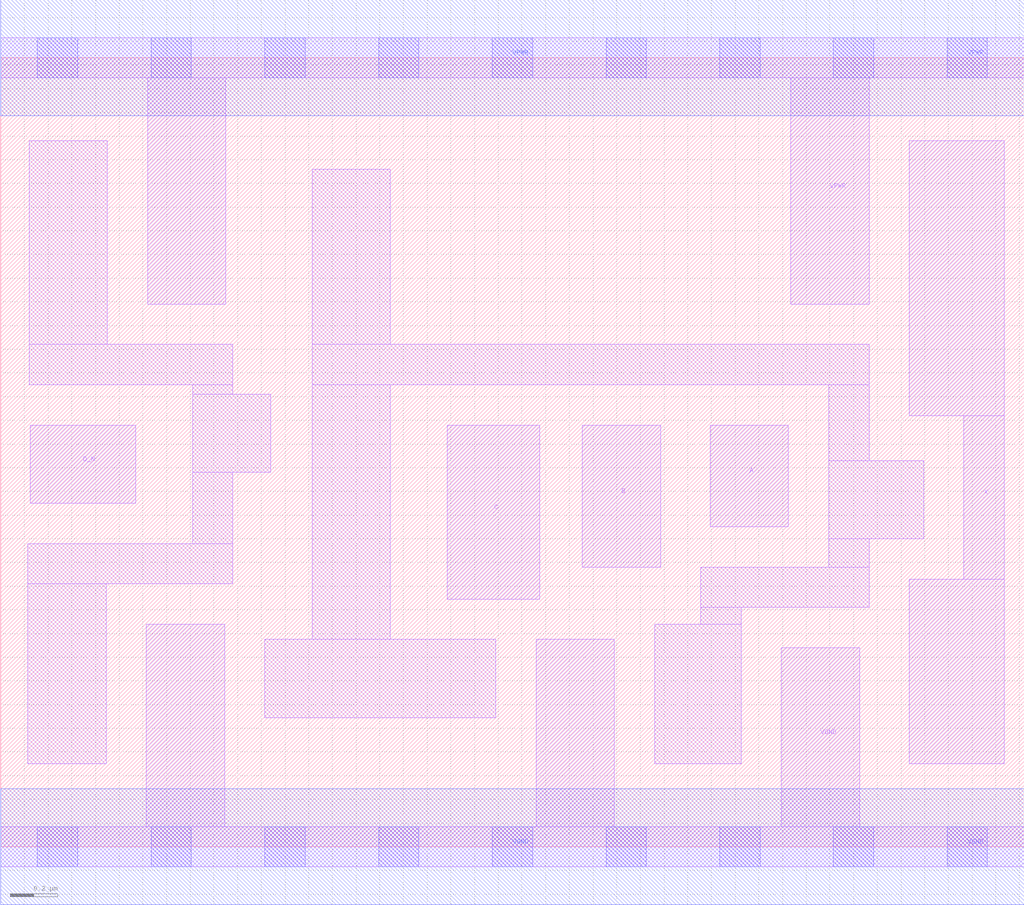
<source format=lef>
# Copyright 2020 The SkyWater PDK Authors
#
# Licensed under the Apache License, Version 2.0 (the "License");
# you may not use this file except in compliance with the License.
# You may obtain a copy of the License at
#
#     https://www.apache.org/licenses/LICENSE-2.0
#
# Unless required by applicable law or agreed to in writing, software
# distributed under the License is distributed on an "AS IS" BASIS,
# WITHOUT WARRANTIES OR CONDITIONS OF ANY KIND, either express or implied.
# See the License for the specific language governing permissions and
# limitations under the License.
#
# SPDX-License-Identifier: Apache-2.0

VERSION 5.7 ;
  NAMESCASESENSITIVE ON ;
  NOWIREEXTENSIONATPIN ON ;
  DIVIDERCHAR "/" ;
  BUSBITCHARS "[]" ;
UNITS
  DATABASE MICRONS 200 ;
END UNITS
MACRO sky130_fd_sc_hs__or4b_1
  CLASS CORE ;
  SOURCE USER ;
  FOREIGN sky130_fd_sc_hs__or4b_1 ;
  ORIGIN  0.000000  0.000000 ;
  SIZE  4.320000 BY  3.330000 ;
  SYMMETRY X Y ;
  SITE unit ;
  PIN A
    ANTENNAGATEAREA  0.232500 ;
    DIRECTION INPUT ;
    USE SIGNAL ;
    PORT
      LAYER li1 ;
        RECT 2.995000 1.350000 3.325000 1.780000 ;
    END
  END A
  PIN B
    ANTENNAGATEAREA  0.232500 ;
    DIRECTION INPUT ;
    USE SIGNAL ;
    PORT
      LAYER li1 ;
        RECT 2.455000 1.180000 2.785000 1.780000 ;
    END
  END B
  PIN C
    ANTENNAGATEAREA  0.232500 ;
    DIRECTION INPUT ;
    USE SIGNAL ;
    PORT
      LAYER li1 ;
        RECT 1.885000 1.045000 2.275000 1.780000 ;
    END
  END C
  PIN D_N
    ANTENNAGATEAREA  0.208500 ;
    DIRECTION INPUT ;
    USE SIGNAL ;
    PORT
      LAYER li1 ;
        RECT 0.125000 1.450000 0.570000 1.780000 ;
    END
  END D_N
  PIN X
    ANTENNADIFFAREA  0.541300 ;
    DIRECTION OUTPUT ;
    USE SIGNAL ;
    PORT
      LAYER li1 ;
        RECT 3.835000 0.350000 4.235000 1.130000 ;
        RECT 3.835000 1.820000 4.235000 2.980000 ;
        RECT 4.065000 1.130000 4.235000 1.820000 ;
    END
  END X
  PIN VGND
    DIRECTION INOUT ;
    USE GROUND ;
    PORT
      LAYER li1 ;
        RECT 0.000000 -0.085000 4.320000 0.085000 ;
        RECT 0.615000  0.085000 0.945000 0.940000 ;
        RECT 2.260000  0.085000 2.590000 0.875000 ;
        RECT 3.295000  0.085000 3.625000 0.840000 ;
      LAYER mcon ;
        RECT 0.155000 -0.085000 0.325000 0.085000 ;
        RECT 0.635000 -0.085000 0.805000 0.085000 ;
        RECT 1.115000 -0.085000 1.285000 0.085000 ;
        RECT 1.595000 -0.085000 1.765000 0.085000 ;
        RECT 2.075000 -0.085000 2.245000 0.085000 ;
        RECT 2.555000 -0.085000 2.725000 0.085000 ;
        RECT 3.035000 -0.085000 3.205000 0.085000 ;
        RECT 3.515000 -0.085000 3.685000 0.085000 ;
        RECT 3.995000 -0.085000 4.165000 0.085000 ;
      LAYER met1 ;
        RECT 0.000000 -0.245000 4.320000 0.245000 ;
    END
  END VGND
  PIN VPWR
    DIRECTION INOUT ;
    USE POWER ;
    PORT
      LAYER li1 ;
        RECT 0.000000 3.245000 4.320000 3.415000 ;
        RECT 0.620000 2.290000 0.950000 3.245000 ;
        RECT 3.335000 2.290000 3.665000 3.245000 ;
      LAYER mcon ;
        RECT 0.155000 3.245000 0.325000 3.415000 ;
        RECT 0.635000 3.245000 0.805000 3.415000 ;
        RECT 1.115000 3.245000 1.285000 3.415000 ;
        RECT 1.595000 3.245000 1.765000 3.415000 ;
        RECT 2.075000 3.245000 2.245000 3.415000 ;
        RECT 2.555000 3.245000 2.725000 3.415000 ;
        RECT 3.035000 3.245000 3.205000 3.415000 ;
        RECT 3.515000 3.245000 3.685000 3.415000 ;
        RECT 3.995000 3.245000 4.165000 3.415000 ;
      LAYER met1 ;
        RECT 0.000000 3.085000 4.320000 3.575000 ;
    END
  END VPWR
  OBS
    LAYER li1 ;
      RECT 0.115000 0.350000 0.445000 1.110000 ;
      RECT 0.115000 1.110000 0.980000 1.280000 ;
      RECT 0.120000 1.950000 0.980000 2.120000 ;
      RECT 0.120000 2.120000 0.450000 2.980000 ;
      RECT 0.810000 1.280000 0.980000 1.580000 ;
      RECT 0.810000 1.580000 1.140000 1.910000 ;
      RECT 0.810000 1.910000 0.980000 1.950000 ;
      RECT 1.115000 0.545000 2.090000 0.875000 ;
      RECT 1.315000 0.875000 1.645000 1.950000 ;
      RECT 1.315000 1.950000 3.665000 2.120000 ;
      RECT 1.315000 2.120000 1.645000 2.860000 ;
      RECT 2.760000 0.350000 3.125000 0.940000 ;
      RECT 2.955000 0.940000 3.125000 1.010000 ;
      RECT 2.955000 1.010000 3.665000 1.180000 ;
      RECT 3.495000 1.180000 3.665000 1.300000 ;
      RECT 3.495000 1.300000 3.895000 1.630000 ;
      RECT 3.495000 1.630000 3.665000 1.950000 ;
  END
END sky130_fd_sc_hs__or4b_1

</source>
